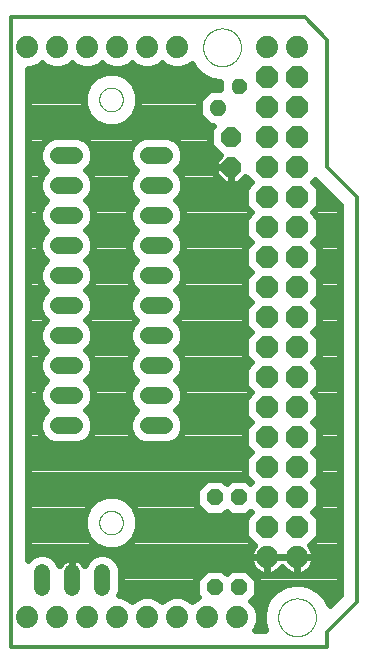
<source format=gbl>
G75*
%MOIN*%
%OFA0B0*%
%FSLAX25Y25*%
%IPPOS*%
%LPD*%
%AMOC8*
5,1,8,0,0,1.08239X$1,22.5*
%
%ADD10C,0.00000*%
%ADD11C,0.01200*%
%ADD12C,0.07400*%
%ADD13OC8,0.07400*%
%ADD14C,0.05543*%
%ADD15OC8,0.06600*%
%ADD16C,0.05200*%
%ADD17C,0.01040*%
%ADD18OC8,0.05200*%
%ADD19C,0.02400*%
D10*
X0124063Y0058526D02*
X0124065Y0058651D01*
X0124071Y0058776D01*
X0124081Y0058900D01*
X0124095Y0059024D01*
X0124112Y0059148D01*
X0124134Y0059271D01*
X0124160Y0059393D01*
X0124189Y0059515D01*
X0124222Y0059635D01*
X0124260Y0059754D01*
X0124300Y0059873D01*
X0124345Y0059989D01*
X0124393Y0060104D01*
X0124445Y0060218D01*
X0124501Y0060330D01*
X0124560Y0060440D01*
X0124622Y0060548D01*
X0124688Y0060655D01*
X0124757Y0060759D01*
X0124830Y0060860D01*
X0124905Y0060960D01*
X0124984Y0061057D01*
X0125066Y0061151D01*
X0125151Y0061243D01*
X0125238Y0061332D01*
X0125329Y0061418D01*
X0125422Y0061501D01*
X0125518Y0061582D01*
X0125616Y0061659D01*
X0125716Y0061733D01*
X0125819Y0061804D01*
X0125924Y0061871D01*
X0126032Y0061936D01*
X0126141Y0061996D01*
X0126252Y0062054D01*
X0126365Y0062107D01*
X0126479Y0062157D01*
X0126595Y0062204D01*
X0126712Y0062246D01*
X0126831Y0062285D01*
X0126951Y0062321D01*
X0127072Y0062352D01*
X0127194Y0062380D01*
X0127316Y0062403D01*
X0127440Y0062423D01*
X0127564Y0062439D01*
X0127688Y0062451D01*
X0127813Y0062459D01*
X0127938Y0062463D01*
X0128062Y0062463D01*
X0128187Y0062459D01*
X0128312Y0062451D01*
X0128436Y0062439D01*
X0128560Y0062423D01*
X0128684Y0062403D01*
X0128806Y0062380D01*
X0128928Y0062352D01*
X0129049Y0062321D01*
X0129169Y0062285D01*
X0129288Y0062246D01*
X0129405Y0062204D01*
X0129521Y0062157D01*
X0129635Y0062107D01*
X0129748Y0062054D01*
X0129859Y0061996D01*
X0129969Y0061936D01*
X0130076Y0061871D01*
X0130181Y0061804D01*
X0130284Y0061733D01*
X0130384Y0061659D01*
X0130482Y0061582D01*
X0130578Y0061501D01*
X0130671Y0061418D01*
X0130762Y0061332D01*
X0130849Y0061243D01*
X0130934Y0061151D01*
X0131016Y0061057D01*
X0131095Y0060960D01*
X0131170Y0060860D01*
X0131243Y0060759D01*
X0131312Y0060655D01*
X0131378Y0060548D01*
X0131440Y0060440D01*
X0131499Y0060330D01*
X0131555Y0060218D01*
X0131607Y0060104D01*
X0131655Y0059989D01*
X0131700Y0059873D01*
X0131740Y0059754D01*
X0131778Y0059635D01*
X0131811Y0059515D01*
X0131840Y0059393D01*
X0131866Y0059271D01*
X0131888Y0059148D01*
X0131905Y0059024D01*
X0131919Y0058900D01*
X0131929Y0058776D01*
X0131935Y0058651D01*
X0131937Y0058526D01*
X0131935Y0058401D01*
X0131929Y0058276D01*
X0131919Y0058152D01*
X0131905Y0058028D01*
X0131888Y0057904D01*
X0131866Y0057781D01*
X0131840Y0057659D01*
X0131811Y0057537D01*
X0131778Y0057417D01*
X0131740Y0057298D01*
X0131700Y0057179D01*
X0131655Y0057063D01*
X0131607Y0056948D01*
X0131555Y0056834D01*
X0131499Y0056722D01*
X0131440Y0056612D01*
X0131378Y0056504D01*
X0131312Y0056397D01*
X0131243Y0056293D01*
X0131170Y0056192D01*
X0131095Y0056092D01*
X0131016Y0055995D01*
X0130934Y0055901D01*
X0130849Y0055809D01*
X0130762Y0055720D01*
X0130671Y0055634D01*
X0130578Y0055551D01*
X0130482Y0055470D01*
X0130384Y0055393D01*
X0130284Y0055319D01*
X0130181Y0055248D01*
X0130076Y0055181D01*
X0129968Y0055116D01*
X0129859Y0055056D01*
X0129748Y0054998D01*
X0129635Y0054945D01*
X0129521Y0054895D01*
X0129405Y0054848D01*
X0129288Y0054806D01*
X0129169Y0054767D01*
X0129049Y0054731D01*
X0128928Y0054700D01*
X0128806Y0054672D01*
X0128684Y0054649D01*
X0128560Y0054629D01*
X0128436Y0054613D01*
X0128312Y0054601D01*
X0128187Y0054593D01*
X0128062Y0054589D01*
X0127938Y0054589D01*
X0127813Y0054593D01*
X0127688Y0054601D01*
X0127564Y0054613D01*
X0127440Y0054629D01*
X0127316Y0054649D01*
X0127194Y0054672D01*
X0127072Y0054700D01*
X0126951Y0054731D01*
X0126831Y0054767D01*
X0126712Y0054806D01*
X0126595Y0054848D01*
X0126479Y0054895D01*
X0126365Y0054945D01*
X0126252Y0054998D01*
X0126141Y0055056D01*
X0126031Y0055116D01*
X0125924Y0055181D01*
X0125819Y0055248D01*
X0125716Y0055319D01*
X0125616Y0055393D01*
X0125518Y0055470D01*
X0125422Y0055551D01*
X0125329Y0055634D01*
X0125238Y0055720D01*
X0125151Y0055809D01*
X0125066Y0055901D01*
X0124984Y0055995D01*
X0124905Y0056092D01*
X0124830Y0056192D01*
X0124757Y0056293D01*
X0124688Y0056397D01*
X0124622Y0056504D01*
X0124560Y0056612D01*
X0124501Y0056722D01*
X0124445Y0056834D01*
X0124393Y0056948D01*
X0124345Y0057063D01*
X0124300Y0057179D01*
X0124260Y0057298D01*
X0124222Y0057417D01*
X0124189Y0057537D01*
X0124160Y0057659D01*
X0124134Y0057781D01*
X0124112Y0057904D01*
X0124095Y0058028D01*
X0124081Y0058152D01*
X0124071Y0058276D01*
X0124065Y0058401D01*
X0124063Y0058526D01*
X0183701Y0026928D02*
X0183703Y0027086D01*
X0183709Y0027244D01*
X0183719Y0027402D01*
X0183733Y0027560D01*
X0183751Y0027717D01*
X0183772Y0027874D01*
X0183798Y0028030D01*
X0183828Y0028186D01*
X0183861Y0028341D01*
X0183899Y0028494D01*
X0183940Y0028647D01*
X0183985Y0028799D01*
X0184034Y0028950D01*
X0184087Y0029099D01*
X0184143Y0029247D01*
X0184203Y0029393D01*
X0184267Y0029538D01*
X0184335Y0029681D01*
X0184406Y0029823D01*
X0184480Y0029963D01*
X0184558Y0030100D01*
X0184640Y0030236D01*
X0184724Y0030370D01*
X0184813Y0030501D01*
X0184904Y0030630D01*
X0184999Y0030757D01*
X0185096Y0030882D01*
X0185197Y0031004D01*
X0185301Y0031123D01*
X0185408Y0031240D01*
X0185518Y0031354D01*
X0185631Y0031465D01*
X0185746Y0031574D01*
X0185864Y0031679D01*
X0185985Y0031781D01*
X0186108Y0031881D01*
X0186234Y0031977D01*
X0186362Y0032070D01*
X0186492Y0032160D01*
X0186625Y0032246D01*
X0186760Y0032330D01*
X0186896Y0032409D01*
X0187035Y0032486D01*
X0187176Y0032558D01*
X0187318Y0032628D01*
X0187462Y0032693D01*
X0187608Y0032755D01*
X0187755Y0032813D01*
X0187904Y0032868D01*
X0188054Y0032919D01*
X0188205Y0032966D01*
X0188357Y0033009D01*
X0188510Y0033048D01*
X0188665Y0033084D01*
X0188820Y0033115D01*
X0188976Y0033143D01*
X0189132Y0033167D01*
X0189289Y0033187D01*
X0189447Y0033203D01*
X0189604Y0033215D01*
X0189763Y0033223D01*
X0189921Y0033227D01*
X0190079Y0033227D01*
X0190237Y0033223D01*
X0190396Y0033215D01*
X0190553Y0033203D01*
X0190711Y0033187D01*
X0190868Y0033167D01*
X0191024Y0033143D01*
X0191180Y0033115D01*
X0191335Y0033084D01*
X0191490Y0033048D01*
X0191643Y0033009D01*
X0191795Y0032966D01*
X0191946Y0032919D01*
X0192096Y0032868D01*
X0192245Y0032813D01*
X0192392Y0032755D01*
X0192538Y0032693D01*
X0192682Y0032628D01*
X0192824Y0032558D01*
X0192965Y0032486D01*
X0193104Y0032409D01*
X0193240Y0032330D01*
X0193375Y0032246D01*
X0193508Y0032160D01*
X0193638Y0032070D01*
X0193766Y0031977D01*
X0193892Y0031881D01*
X0194015Y0031781D01*
X0194136Y0031679D01*
X0194254Y0031574D01*
X0194369Y0031465D01*
X0194482Y0031354D01*
X0194592Y0031240D01*
X0194699Y0031123D01*
X0194803Y0031004D01*
X0194904Y0030882D01*
X0195001Y0030757D01*
X0195096Y0030630D01*
X0195187Y0030501D01*
X0195276Y0030370D01*
X0195360Y0030236D01*
X0195442Y0030100D01*
X0195520Y0029963D01*
X0195594Y0029823D01*
X0195665Y0029681D01*
X0195733Y0029538D01*
X0195797Y0029393D01*
X0195857Y0029247D01*
X0195913Y0029099D01*
X0195966Y0028950D01*
X0196015Y0028799D01*
X0196060Y0028647D01*
X0196101Y0028494D01*
X0196139Y0028341D01*
X0196172Y0028186D01*
X0196202Y0028030D01*
X0196228Y0027874D01*
X0196249Y0027717D01*
X0196267Y0027560D01*
X0196281Y0027402D01*
X0196291Y0027244D01*
X0196297Y0027086D01*
X0196299Y0026928D01*
X0196297Y0026770D01*
X0196291Y0026612D01*
X0196281Y0026454D01*
X0196267Y0026296D01*
X0196249Y0026139D01*
X0196228Y0025982D01*
X0196202Y0025826D01*
X0196172Y0025670D01*
X0196139Y0025515D01*
X0196101Y0025362D01*
X0196060Y0025209D01*
X0196015Y0025057D01*
X0195966Y0024906D01*
X0195913Y0024757D01*
X0195857Y0024609D01*
X0195797Y0024463D01*
X0195733Y0024318D01*
X0195665Y0024175D01*
X0195594Y0024033D01*
X0195520Y0023893D01*
X0195442Y0023756D01*
X0195360Y0023620D01*
X0195276Y0023486D01*
X0195187Y0023355D01*
X0195096Y0023226D01*
X0195001Y0023099D01*
X0194904Y0022974D01*
X0194803Y0022852D01*
X0194699Y0022733D01*
X0194592Y0022616D01*
X0194482Y0022502D01*
X0194369Y0022391D01*
X0194254Y0022282D01*
X0194136Y0022177D01*
X0194015Y0022075D01*
X0193892Y0021975D01*
X0193766Y0021879D01*
X0193638Y0021786D01*
X0193508Y0021696D01*
X0193375Y0021610D01*
X0193240Y0021526D01*
X0193104Y0021447D01*
X0192965Y0021370D01*
X0192824Y0021298D01*
X0192682Y0021228D01*
X0192538Y0021163D01*
X0192392Y0021101D01*
X0192245Y0021043D01*
X0192096Y0020988D01*
X0191946Y0020937D01*
X0191795Y0020890D01*
X0191643Y0020847D01*
X0191490Y0020808D01*
X0191335Y0020772D01*
X0191180Y0020741D01*
X0191024Y0020713D01*
X0190868Y0020689D01*
X0190711Y0020669D01*
X0190553Y0020653D01*
X0190396Y0020641D01*
X0190237Y0020633D01*
X0190079Y0020629D01*
X0189921Y0020629D01*
X0189763Y0020633D01*
X0189604Y0020641D01*
X0189447Y0020653D01*
X0189289Y0020669D01*
X0189132Y0020689D01*
X0188976Y0020713D01*
X0188820Y0020741D01*
X0188665Y0020772D01*
X0188510Y0020808D01*
X0188357Y0020847D01*
X0188205Y0020890D01*
X0188054Y0020937D01*
X0187904Y0020988D01*
X0187755Y0021043D01*
X0187608Y0021101D01*
X0187462Y0021163D01*
X0187318Y0021228D01*
X0187176Y0021298D01*
X0187035Y0021370D01*
X0186896Y0021447D01*
X0186760Y0021526D01*
X0186625Y0021610D01*
X0186492Y0021696D01*
X0186362Y0021786D01*
X0186234Y0021879D01*
X0186108Y0021975D01*
X0185985Y0022075D01*
X0185864Y0022177D01*
X0185746Y0022282D01*
X0185631Y0022391D01*
X0185518Y0022502D01*
X0185408Y0022616D01*
X0185301Y0022733D01*
X0185197Y0022852D01*
X0185096Y0022974D01*
X0184999Y0023099D01*
X0184904Y0023226D01*
X0184813Y0023355D01*
X0184724Y0023486D01*
X0184640Y0023620D01*
X0184558Y0023756D01*
X0184480Y0023893D01*
X0184406Y0024033D01*
X0184335Y0024175D01*
X0184267Y0024318D01*
X0184203Y0024463D01*
X0184143Y0024609D01*
X0184087Y0024757D01*
X0184034Y0024906D01*
X0183985Y0025057D01*
X0183940Y0025209D01*
X0183899Y0025362D01*
X0183861Y0025515D01*
X0183828Y0025670D01*
X0183798Y0025826D01*
X0183772Y0025982D01*
X0183751Y0026139D01*
X0183733Y0026296D01*
X0183719Y0026454D01*
X0183709Y0026612D01*
X0183703Y0026770D01*
X0183701Y0026928D01*
X0209921Y0031849D02*
X0210000Y0031928D01*
X0124063Y0199550D02*
X0124065Y0199675D01*
X0124071Y0199800D01*
X0124081Y0199924D01*
X0124095Y0200048D01*
X0124112Y0200172D01*
X0124134Y0200295D01*
X0124160Y0200417D01*
X0124189Y0200539D01*
X0124222Y0200659D01*
X0124260Y0200778D01*
X0124300Y0200897D01*
X0124345Y0201013D01*
X0124393Y0201128D01*
X0124445Y0201242D01*
X0124501Y0201354D01*
X0124560Y0201464D01*
X0124622Y0201572D01*
X0124688Y0201679D01*
X0124757Y0201783D01*
X0124830Y0201884D01*
X0124905Y0201984D01*
X0124984Y0202081D01*
X0125066Y0202175D01*
X0125151Y0202267D01*
X0125238Y0202356D01*
X0125329Y0202442D01*
X0125422Y0202525D01*
X0125518Y0202606D01*
X0125616Y0202683D01*
X0125716Y0202757D01*
X0125819Y0202828D01*
X0125924Y0202895D01*
X0126032Y0202960D01*
X0126141Y0203020D01*
X0126252Y0203078D01*
X0126365Y0203131D01*
X0126479Y0203181D01*
X0126595Y0203228D01*
X0126712Y0203270D01*
X0126831Y0203309D01*
X0126951Y0203345D01*
X0127072Y0203376D01*
X0127194Y0203404D01*
X0127316Y0203427D01*
X0127440Y0203447D01*
X0127564Y0203463D01*
X0127688Y0203475D01*
X0127813Y0203483D01*
X0127938Y0203487D01*
X0128062Y0203487D01*
X0128187Y0203483D01*
X0128312Y0203475D01*
X0128436Y0203463D01*
X0128560Y0203447D01*
X0128684Y0203427D01*
X0128806Y0203404D01*
X0128928Y0203376D01*
X0129049Y0203345D01*
X0129169Y0203309D01*
X0129288Y0203270D01*
X0129405Y0203228D01*
X0129521Y0203181D01*
X0129635Y0203131D01*
X0129748Y0203078D01*
X0129859Y0203020D01*
X0129969Y0202960D01*
X0130076Y0202895D01*
X0130181Y0202828D01*
X0130284Y0202757D01*
X0130384Y0202683D01*
X0130482Y0202606D01*
X0130578Y0202525D01*
X0130671Y0202442D01*
X0130762Y0202356D01*
X0130849Y0202267D01*
X0130934Y0202175D01*
X0131016Y0202081D01*
X0131095Y0201984D01*
X0131170Y0201884D01*
X0131243Y0201783D01*
X0131312Y0201679D01*
X0131378Y0201572D01*
X0131440Y0201464D01*
X0131499Y0201354D01*
X0131555Y0201242D01*
X0131607Y0201128D01*
X0131655Y0201013D01*
X0131700Y0200897D01*
X0131740Y0200778D01*
X0131778Y0200659D01*
X0131811Y0200539D01*
X0131840Y0200417D01*
X0131866Y0200295D01*
X0131888Y0200172D01*
X0131905Y0200048D01*
X0131919Y0199924D01*
X0131929Y0199800D01*
X0131935Y0199675D01*
X0131937Y0199550D01*
X0131935Y0199425D01*
X0131929Y0199300D01*
X0131919Y0199176D01*
X0131905Y0199052D01*
X0131888Y0198928D01*
X0131866Y0198805D01*
X0131840Y0198683D01*
X0131811Y0198561D01*
X0131778Y0198441D01*
X0131740Y0198322D01*
X0131700Y0198203D01*
X0131655Y0198087D01*
X0131607Y0197972D01*
X0131555Y0197858D01*
X0131499Y0197746D01*
X0131440Y0197636D01*
X0131378Y0197528D01*
X0131312Y0197421D01*
X0131243Y0197317D01*
X0131170Y0197216D01*
X0131095Y0197116D01*
X0131016Y0197019D01*
X0130934Y0196925D01*
X0130849Y0196833D01*
X0130762Y0196744D01*
X0130671Y0196658D01*
X0130578Y0196575D01*
X0130482Y0196494D01*
X0130384Y0196417D01*
X0130284Y0196343D01*
X0130181Y0196272D01*
X0130076Y0196205D01*
X0129968Y0196140D01*
X0129859Y0196080D01*
X0129748Y0196022D01*
X0129635Y0195969D01*
X0129521Y0195919D01*
X0129405Y0195872D01*
X0129288Y0195830D01*
X0129169Y0195791D01*
X0129049Y0195755D01*
X0128928Y0195724D01*
X0128806Y0195696D01*
X0128684Y0195673D01*
X0128560Y0195653D01*
X0128436Y0195637D01*
X0128312Y0195625D01*
X0128187Y0195617D01*
X0128062Y0195613D01*
X0127938Y0195613D01*
X0127813Y0195617D01*
X0127688Y0195625D01*
X0127564Y0195637D01*
X0127440Y0195653D01*
X0127316Y0195673D01*
X0127194Y0195696D01*
X0127072Y0195724D01*
X0126951Y0195755D01*
X0126831Y0195791D01*
X0126712Y0195830D01*
X0126595Y0195872D01*
X0126479Y0195919D01*
X0126365Y0195969D01*
X0126252Y0196022D01*
X0126141Y0196080D01*
X0126031Y0196140D01*
X0125924Y0196205D01*
X0125819Y0196272D01*
X0125716Y0196343D01*
X0125616Y0196417D01*
X0125518Y0196494D01*
X0125422Y0196575D01*
X0125329Y0196658D01*
X0125238Y0196744D01*
X0125151Y0196833D01*
X0125066Y0196925D01*
X0124984Y0197019D01*
X0124905Y0197116D01*
X0124830Y0197216D01*
X0124757Y0197317D01*
X0124688Y0197421D01*
X0124622Y0197528D01*
X0124560Y0197636D01*
X0124501Y0197746D01*
X0124445Y0197858D01*
X0124393Y0197972D01*
X0124345Y0198087D01*
X0124300Y0198203D01*
X0124260Y0198322D01*
X0124222Y0198441D01*
X0124189Y0198561D01*
X0124160Y0198683D01*
X0124134Y0198805D01*
X0124112Y0198928D01*
X0124095Y0199052D01*
X0124081Y0199176D01*
X0124071Y0199300D01*
X0124065Y0199425D01*
X0124063Y0199550D01*
X0158701Y0216928D02*
X0158703Y0217086D01*
X0158709Y0217244D01*
X0158719Y0217402D01*
X0158733Y0217560D01*
X0158751Y0217717D01*
X0158772Y0217874D01*
X0158798Y0218030D01*
X0158828Y0218186D01*
X0158861Y0218341D01*
X0158899Y0218494D01*
X0158940Y0218647D01*
X0158985Y0218799D01*
X0159034Y0218950D01*
X0159087Y0219099D01*
X0159143Y0219247D01*
X0159203Y0219393D01*
X0159267Y0219538D01*
X0159335Y0219681D01*
X0159406Y0219823D01*
X0159480Y0219963D01*
X0159558Y0220100D01*
X0159640Y0220236D01*
X0159724Y0220370D01*
X0159813Y0220501D01*
X0159904Y0220630D01*
X0159999Y0220757D01*
X0160096Y0220882D01*
X0160197Y0221004D01*
X0160301Y0221123D01*
X0160408Y0221240D01*
X0160518Y0221354D01*
X0160631Y0221465D01*
X0160746Y0221574D01*
X0160864Y0221679D01*
X0160985Y0221781D01*
X0161108Y0221881D01*
X0161234Y0221977D01*
X0161362Y0222070D01*
X0161492Y0222160D01*
X0161625Y0222246D01*
X0161760Y0222330D01*
X0161896Y0222409D01*
X0162035Y0222486D01*
X0162176Y0222558D01*
X0162318Y0222628D01*
X0162462Y0222693D01*
X0162608Y0222755D01*
X0162755Y0222813D01*
X0162904Y0222868D01*
X0163054Y0222919D01*
X0163205Y0222966D01*
X0163357Y0223009D01*
X0163510Y0223048D01*
X0163665Y0223084D01*
X0163820Y0223115D01*
X0163976Y0223143D01*
X0164132Y0223167D01*
X0164289Y0223187D01*
X0164447Y0223203D01*
X0164604Y0223215D01*
X0164763Y0223223D01*
X0164921Y0223227D01*
X0165079Y0223227D01*
X0165237Y0223223D01*
X0165396Y0223215D01*
X0165553Y0223203D01*
X0165711Y0223187D01*
X0165868Y0223167D01*
X0166024Y0223143D01*
X0166180Y0223115D01*
X0166335Y0223084D01*
X0166490Y0223048D01*
X0166643Y0223009D01*
X0166795Y0222966D01*
X0166946Y0222919D01*
X0167096Y0222868D01*
X0167245Y0222813D01*
X0167392Y0222755D01*
X0167538Y0222693D01*
X0167682Y0222628D01*
X0167824Y0222558D01*
X0167965Y0222486D01*
X0168104Y0222409D01*
X0168240Y0222330D01*
X0168375Y0222246D01*
X0168508Y0222160D01*
X0168638Y0222070D01*
X0168766Y0221977D01*
X0168892Y0221881D01*
X0169015Y0221781D01*
X0169136Y0221679D01*
X0169254Y0221574D01*
X0169369Y0221465D01*
X0169482Y0221354D01*
X0169592Y0221240D01*
X0169699Y0221123D01*
X0169803Y0221004D01*
X0169904Y0220882D01*
X0170001Y0220757D01*
X0170096Y0220630D01*
X0170187Y0220501D01*
X0170276Y0220370D01*
X0170360Y0220236D01*
X0170442Y0220100D01*
X0170520Y0219963D01*
X0170594Y0219823D01*
X0170665Y0219681D01*
X0170733Y0219538D01*
X0170797Y0219393D01*
X0170857Y0219247D01*
X0170913Y0219099D01*
X0170966Y0218950D01*
X0171015Y0218799D01*
X0171060Y0218647D01*
X0171101Y0218494D01*
X0171139Y0218341D01*
X0171172Y0218186D01*
X0171202Y0218030D01*
X0171228Y0217874D01*
X0171249Y0217717D01*
X0171267Y0217560D01*
X0171281Y0217402D01*
X0171291Y0217244D01*
X0171297Y0217086D01*
X0171299Y0216928D01*
X0171297Y0216770D01*
X0171291Y0216612D01*
X0171281Y0216454D01*
X0171267Y0216296D01*
X0171249Y0216139D01*
X0171228Y0215982D01*
X0171202Y0215826D01*
X0171172Y0215670D01*
X0171139Y0215515D01*
X0171101Y0215362D01*
X0171060Y0215209D01*
X0171015Y0215057D01*
X0170966Y0214906D01*
X0170913Y0214757D01*
X0170857Y0214609D01*
X0170797Y0214463D01*
X0170733Y0214318D01*
X0170665Y0214175D01*
X0170594Y0214033D01*
X0170520Y0213893D01*
X0170442Y0213756D01*
X0170360Y0213620D01*
X0170276Y0213486D01*
X0170187Y0213355D01*
X0170096Y0213226D01*
X0170001Y0213099D01*
X0169904Y0212974D01*
X0169803Y0212852D01*
X0169699Y0212733D01*
X0169592Y0212616D01*
X0169482Y0212502D01*
X0169369Y0212391D01*
X0169254Y0212282D01*
X0169136Y0212177D01*
X0169015Y0212075D01*
X0168892Y0211975D01*
X0168766Y0211879D01*
X0168638Y0211786D01*
X0168508Y0211696D01*
X0168375Y0211610D01*
X0168240Y0211526D01*
X0168104Y0211447D01*
X0167965Y0211370D01*
X0167824Y0211298D01*
X0167682Y0211228D01*
X0167538Y0211163D01*
X0167392Y0211101D01*
X0167245Y0211043D01*
X0167096Y0210988D01*
X0166946Y0210937D01*
X0166795Y0210890D01*
X0166643Y0210847D01*
X0166490Y0210808D01*
X0166335Y0210772D01*
X0166180Y0210741D01*
X0166024Y0210713D01*
X0165868Y0210689D01*
X0165711Y0210669D01*
X0165553Y0210653D01*
X0165396Y0210641D01*
X0165237Y0210633D01*
X0165079Y0210629D01*
X0164921Y0210629D01*
X0164763Y0210633D01*
X0164604Y0210641D01*
X0164447Y0210653D01*
X0164289Y0210669D01*
X0164132Y0210689D01*
X0163976Y0210713D01*
X0163820Y0210741D01*
X0163665Y0210772D01*
X0163510Y0210808D01*
X0163357Y0210847D01*
X0163205Y0210890D01*
X0163054Y0210937D01*
X0162904Y0210988D01*
X0162755Y0211043D01*
X0162608Y0211101D01*
X0162462Y0211163D01*
X0162318Y0211228D01*
X0162176Y0211298D01*
X0162035Y0211370D01*
X0161896Y0211447D01*
X0161760Y0211526D01*
X0161625Y0211610D01*
X0161492Y0211696D01*
X0161362Y0211786D01*
X0161234Y0211879D01*
X0161108Y0211975D01*
X0160985Y0212075D01*
X0160864Y0212177D01*
X0160746Y0212282D01*
X0160631Y0212391D01*
X0160518Y0212502D01*
X0160408Y0212616D01*
X0160301Y0212733D01*
X0160197Y0212852D01*
X0160096Y0212974D01*
X0159999Y0213099D01*
X0159904Y0213226D01*
X0159813Y0213355D01*
X0159724Y0213486D01*
X0159640Y0213620D01*
X0159558Y0213756D01*
X0159480Y0213893D01*
X0159406Y0214033D01*
X0159335Y0214175D01*
X0159267Y0214318D01*
X0159203Y0214463D01*
X0159143Y0214609D01*
X0159087Y0214757D01*
X0159034Y0214906D01*
X0158985Y0215057D01*
X0158940Y0215209D01*
X0158899Y0215362D01*
X0158861Y0215515D01*
X0158828Y0215670D01*
X0158798Y0215826D01*
X0158772Y0215982D01*
X0158751Y0216139D01*
X0158733Y0216296D01*
X0158719Y0216454D01*
X0158709Y0216612D01*
X0158703Y0216770D01*
X0158701Y0216928D01*
D11*
X0094500Y0226928D02*
X0094500Y0016928D01*
X0200000Y0016928D01*
X0200000Y0021928D01*
X0210000Y0031928D01*
X0210000Y0032428D02*
X0210000Y0166928D01*
X0200000Y0176928D01*
X0200000Y0219428D01*
X0192500Y0226928D01*
X0094500Y0226928D01*
D12*
X0100000Y0216928D03*
X0110000Y0216928D03*
X0120000Y0216928D03*
X0130000Y0216928D03*
X0140000Y0216928D03*
X0150000Y0216928D03*
X0180000Y0216928D03*
X0190000Y0216928D03*
X0190000Y0046928D03*
X0180000Y0046928D03*
X0170000Y0026928D03*
X0160000Y0026928D03*
X0150000Y0026928D03*
X0140000Y0026928D03*
X0130000Y0026928D03*
X0120000Y0026928D03*
X0110000Y0026928D03*
X0100000Y0026928D03*
D13*
X0180000Y0056928D03*
X0180000Y0066928D03*
X0180000Y0076928D03*
X0180000Y0086928D03*
X0180000Y0096928D03*
X0180000Y0106928D03*
X0180000Y0116928D03*
X0180000Y0126928D03*
X0180000Y0136928D03*
X0180000Y0146928D03*
X0180000Y0156928D03*
X0180000Y0166928D03*
X0180000Y0176928D03*
X0180000Y0186928D03*
X0180000Y0196928D03*
X0180000Y0206928D03*
X0190000Y0206928D03*
X0190000Y0196928D03*
X0190000Y0186928D03*
X0190000Y0176928D03*
X0190000Y0166928D03*
X0190000Y0156928D03*
X0190000Y0146928D03*
X0190000Y0136928D03*
X0190000Y0126928D03*
X0190000Y0116928D03*
X0190000Y0106928D03*
X0190000Y0096928D03*
X0190000Y0086928D03*
X0190000Y0076928D03*
X0190000Y0066928D03*
X0190000Y0056928D03*
D14*
X0145772Y0090928D02*
X0140228Y0090928D01*
X0140228Y0100928D02*
X0145772Y0100928D01*
X0145772Y0110928D02*
X0140228Y0110928D01*
X0140228Y0120928D02*
X0145772Y0120928D01*
X0145772Y0130928D02*
X0140228Y0130928D01*
X0140228Y0140928D02*
X0145772Y0140928D01*
X0145772Y0150928D02*
X0140228Y0150928D01*
X0140228Y0160928D02*
X0145772Y0160928D01*
X0145772Y0170928D02*
X0140228Y0170928D01*
X0140228Y0180928D02*
X0145772Y0180928D01*
X0115772Y0180928D02*
X0110228Y0180928D01*
X0110228Y0170928D02*
X0115772Y0170928D01*
X0115772Y0160928D02*
X0110228Y0160928D01*
X0110228Y0150928D02*
X0115772Y0150928D01*
X0115772Y0140928D02*
X0110228Y0140928D01*
X0110228Y0130928D02*
X0115772Y0130928D01*
X0115772Y0120928D02*
X0110228Y0120928D01*
X0110228Y0110928D02*
X0115772Y0110928D01*
X0115772Y0100928D02*
X0110228Y0100928D01*
X0110228Y0090928D02*
X0115772Y0090928D01*
D15*
X0168000Y0176928D03*
X0168000Y0186928D03*
D16*
X0125000Y0042028D02*
X0125000Y0036828D01*
X0115000Y0036828D02*
X0115000Y0042028D01*
X0105000Y0042028D02*
X0105000Y0036828D01*
D17*
X0161966Y0196612D02*
X0161446Y0196092D01*
X0161446Y0197814D01*
X0162664Y0199032D01*
X0164386Y0199032D01*
X0165604Y0197814D01*
X0165604Y0196092D01*
X0164386Y0194874D01*
X0162664Y0194874D01*
X0161446Y0196092D01*
X0162226Y0196415D01*
X0162226Y0197491D01*
X0162987Y0198252D01*
X0164063Y0198252D01*
X0164824Y0197491D01*
X0164824Y0196415D01*
X0164063Y0195654D01*
X0162987Y0195654D01*
X0162226Y0196415D01*
X0163006Y0196738D01*
X0163006Y0197168D01*
X0163310Y0197472D01*
X0163740Y0197472D01*
X0164044Y0197168D01*
X0164044Y0196738D01*
X0163740Y0196434D01*
X0163310Y0196434D01*
X0163006Y0196738D01*
X0169037Y0203683D02*
X0168517Y0203163D01*
X0168517Y0204885D01*
X0169735Y0206103D01*
X0171457Y0206103D01*
X0172675Y0204885D01*
X0172675Y0203163D01*
X0171457Y0201945D01*
X0169735Y0201945D01*
X0168517Y0203163D01*
X0169297Y0203486D01*
X0169297Y0204562D01*
X0170058Y0205323D01*
X0171134Y0205323D01*
X0171895Y0204562D01*
X0171895Y0203486D01*
X0171134Y0202725D01*
X0170058Y0202725D01*
X0169297Y0203486D01*
X0170077Y0203809D01*
X0170077Y0204239D01*
X0170381Y0204543D01*
X0170811Y0204543D01*
X0171115Y0204239D01*
X0171115Y0203809D01*
X0170811Y0203505D01*
X0170381Y0203505D01*
X0170077Y0203809D01*
D18*
X0170500Y0066928D03*
X0162500Y0066928D03*
X0162500Y0036928D03*
X0170500Y0036928D03*
D19*
X0174796Y0032455D02*
X0176700Y0034359D01*
X0176700Y0039496D01*
X0173068Y0043128D01*
X0167932Y0043128D01*
X0166500Y0041696D01*
X0165068Y0043128D01*
X0159932Y0043128D01*
X0156300Y0039496D01*
X0156300Y0034359D01*
X0157052Y0033608D01*
X0155865Y0033116D01*
X0155000Y0032251D01*
X0154135Y0033116D01*
X0151452Y0034228D01*
X0148548Y0034228D01*
X0145865Y0033116D01*
X0145000Y0032251D01*
X0144135Y0033116D01*
X0141452Y0034228D01*
X0138548Y0034228D01*
X0135865Y0033116D01*
X0135000Y0032251D01*
X0134135Y0033116D01*
X0131452Y0034228D01*
X0130634Y0034228D01*
X0131200Y0035594D01*
X0131200Y0043261D01*
X0130256Y0045540D01*
X0128512Y0047284D01*
X0126233Y0048228D01*
X0123767Y0048228D01*
X0121488Y0047284D01*
X0119744Y0045540D01*
X0119230Y0044299D01*
X0119105Y0044543D01*
X0118661Y0045155D01*
X0118127Y0045689D01*
X0117516Y0046133D01*
X0116843Y0046476D01*
X0116124Y0046709D01*
X0115378Y0046828D01*
X0115000Y0046828D01*
X0114622Y0046828D01*
X0113876Y0046709D01*
X0113157Y0046476D01*
X0112484Y0046133D01*
X0111873Y0045689D01*
X0111339Y0045155D01*
X0110895Y0044543D01*
X0110770Y0044299D01*
X0110256Y0045540D01*
X0108512Y0047284D01*
X0106233Y0048228D01*
X0103767Y0048228D01*
X0101488Y0047284D01*
X0100300Y0046096D01*
X0100300Y0209628D01*
X0101452Y0209628D01*
X0104135Y0210739D01*
X0105000Y0211604D01*
X0105865Y0210739D01*
X0108548Y0209628D01*
X0111452Y0209628D01*
X0114135Y0210739D01*
X0115000Y0211604D01*
X0115865Y0210739D01*
X0118548Y0209628D01*
X0121452Y0209628D01*
X0124135Y0210739D01*
X0125000Y0211604D01*
X0125865Y0210739D01*
X0128548Y0209628D01*
X0131452Y0209628D01*
X0134135Y0210739D01*
X0135000Y0211604D01*
X0135865Y0210739D01*
X0138548Y0209628D01*
X0141452Y0209628D01*
X0144135Y0210739D01*
X0145000Y0211604D01*
X0145865Y0210739D01*
X0148548Y0209628D01*
X0151452Y0209628D01*
X0154135Y0210739D01*
X0154870Y0211474D01*
X0155798Y0209867D01*
X0157939Y0207726D01*
X0160561Y0206212D01*
X0163486Y0205428D01*
X0164396Y0205428D01*
X0164396Y0203153D01*
X0160957Y0203153D01*
X0157325Y0199521D01*
X0157325Y0194385D01*
X0160957Y0190753D01*
X0162067Y0190753D01*
X0161100Y0189786D01*
X0161100Y0184069D01*
X0164232Y0180938D01*
X0162500Y0179206D01*
X0162500Y0176928D01*
X0168000Y0176928D01*
X0168000Y0176927D01*
X0168000Y0171428D01*
X0170278Y0171428D01*
X0172727Y0173877D01*
X0174676Y0171928D01*
X0172700Y0169951D01*
X0172700Y0163904D01*
X0174676Y0161928D01*
X0172700Y0159951D01*
X0172700Y0153904D01*
X0174676Y0151928D01*
X0172700Y0149951D01*
X0172700Y0143904D01*
X0174676Y0141928D01*
X0172700Y0139951D01*
X0172700Y0133904D01*
X0174676Y0131928D01*
X0172700Y0129951D01*
X0172700Y0123904D01*
X0174676Y0121928D01*
X0172700Y0119951D01*
X0172700Y0113904D01*
X0174676Y0111928D01*
X0172700Y0109951D01*
X0172700Y0103904D01*
X0174676Y0101928D01*
X0172700Y0099951D01*
X0172700Y0093904D01*
X0174676Y0091928D01*
X0172700Y0089951D01*
X0172700Y0083904D01*
X0174676Y0081928D01*
X0172700Y0079951D01*
X0172700Y0073904D01*
X0174676Y0071928D01*
X0174472Y0071723D01*
X0173068Y0073128D01*
X0167932Y0073128D01*
X0166500Y0071696D01*
X0165068Y0073128D01*
X0159932Y0073128D01*
X0156300Y0069496D01*
X0156300Y0064359D01*
X0159932Y0060728D01*
X0165068Y0060728D01*
X0166500Y0062159D01*
X0167932Y0060728D01*
X0173068Y0060728D01*
X0174472Y0062132D01*
X0174676Y0061928D01*
X0172700Y0059951D01*
X0172700Y0053904D01*
X0175666Y0050938D01*
X0175500Y0050771D01*
X0174954Y0050020D01*
X0174532Y0049192D01*
X0174245Y0048309D01*
X0174100Y0047392D01*
X0174100Y0046928D01*
X0180000Y0046928D01*
X0180000Y0046927D01*
X0180000Y0041028D01*
X0180464Y0041028D01*
X0181382Y0041173D01*
X0182265Y0041460D01*
X0183092Y0041881D01*
X0183844Y0042427D01*
X0184500Y0043084D01*
X0185000Y0043772D01*
X0185500Y0043084D01*
X0186156Y0042427D01*
X0186908Y0041881D01*
X0187735Y0041460D01*
X0188618Y0041173D01*
X0189536Y0041028D01*
X0190000Y0041028D01*
X0190464Y0041028D01*
X0191382Y0041173D01*
X0192265Y0041460D01*
X0193092Y0041881D01*
X0193844Y0042427D01*
X0194500Y0043084D01*
X0195046Y0043835D01*
X0195468Y0044663D01*
X0195755Y0045546D01*
X0195900Y0046463D01*
X0195900Y0046927D01*
X0190000Y0046927D01*
X0190000Y0041028D01*
X0190000Y0046927D01*
X0190000Y0046927D01*
X0190000Y0046928D01*
X0195900Y0046928D01*
X0195900Y0047392D01*
X0195755Y0048309D01*
X0195468Y0049192D01*
X0195046Y0050020D01*
X0194500Y0050771D01*
X0194334Y0050938D01*
X0197300Y0053904D01*
X0197300Y0059951D01*
X0195324Y0061928D01*
X0197300Y0063904D01*
X0197300Y0069951D01*
X0195324Y0071928D01*
X0197300Y0073904D01*
X0197300Y0079951D01*
X0195324Y0081928D01*
X0197300Y0083904D01*
X0197300Y0089951D01*
X0195324Y0091928D01*
X0197300Y0093904D01*
X0197300Y0099951D01*
X0195324Y0101928D01*
X0197300Y0103904D01*
X0197300Y0109951D01*
X0195324Y0111928D01*
X0197300Y0113904D01*
X0197300Y0119951D01*
X0195324Y0121928D01*
X0197300Y0123904D01*
X0197300Y0129951D01*
X0195324Y0131928D01*
X0197300Y0133904D01*
X0197300Y0139951D01*
X0195324Y0141928D01*
X0197300Y0143904D01*
X0197300Y0149951D01*
X0195324Y0151928D01*
X0197300Y0153904D01*
X0197300Y0159951D01*
X0195324Y0161928D01*
X0197300Y0163904D01*
X0197300Y0169951D01*
X0195324Y0171928D01*
X0196061Y0172664D01*
X0204200Y0164525D01*
X0204200Y0034330D01*
X0200826Y0030956D01*
X0200716Y0031366D01*
X0199202Y0033988D01*
X0197061Y0036129D01*
X0194439Y0037643D01*
X0191514Y0038427D01*
X0188486Y0038427D01*
X0185561Y0037643D01*
X0182939Y0036129D01*
X0180798Y0033988D01*
X0179284Y0031366D01*
X0178501Y0028441D01*
X0178501Y0025414D01*
X0179221Y0022728D01*
X0176124Y0022728D01*
X0176189Y0022792D01*
X0177300Y0025475D01*
X0177300Y0028380D01*
X0176189Y0031063D01*
X0174796Y0032455D01*
X0175933Y0031319D02*
X0179272Y0031319D01*
X0178629Y0028920D02*
X0177076Y0028920D01*
X0177300Y0026522D02*
X0178501Y0026522D01*
X0178847Y0024123D02*
X0176740Y0024123D01*
X0176058Y0033717D02*
X0180642Y0033717D01*
X0182926Y0036116D02*
X0176700Y0036116D01*
X0176700Y0038514D02*
X0204200Y0038514D01*
X0204200Y0036116D02*
X0197074Y0036116D01*
X0199358Y0033717D02*
X0203587Y0033717D01*
X0201189Y0031319D02*
X0200728Y0031319D01*
X0204200Y0040913D02*
X0175283Y0040913D01*
X0176156Y0042427D02*
X0175500Y0043084D01*
X0174954Y0043835D01*
X0174532Y0044663D01*
X0174245Y0045546D01*
X0174100Y0046463D01*
X0174100Y0046927D01*
X0180000Y0046927D01*
X0180000Y0046927D01*
X0180000Y0041028D01*
X0179536Y0041028D01*
X0178618Y0041173D01*
X0177735Y0041460D01*
X0176908Y0041881D01*
X0176156Y0042427D01*
X0175335Y0043311D02*
X0131179Y0043311D01*
X0131200Y0040913D02*
X0157717Y0040913D01*
X0156300Y0038514D02*
X0131200Y0038514D01*
X0131200Y0036116D02*
X0156300Y0036116D01*
X0156942Y0033717D02*
X0152684Y0033717D01*
X0147316Y0033717D02*
X0142684Y0033717D01*
X0137316Y0033717D02*
X0132684Y0033717D01*
X0130086Y0045710D02*
X0174219Y0045710D01*
X0174213Y0048108D02*
X0126521Y0048108D01*
X0126183Y0049389D02*
X0129817Y0049389D01*
X0133176Y0050780D01*
X0135746Y0053350D01*
X0137137Y0056709D01*
X0137137Y0060343D01*
X0135746Y0063702D01*
X0133176Y0066272D01*
X0129817Y0067663D01*
X0126183Y0067663D01*
X0122824Y0066272D01*
X0120254Y0063702D01*
X0118863Y0060343D01*
X0118863Y0056709D01*
X0120254Y0053350D01*
X0122824Y0050780D01*
X0126183Y0049389D01*
X0123484Y0050507D02*
X0100300Y0050507D01*
X0100300Y0052905D02*
X0120699Y0052905D01*
X0119445Y0055304D02*
X0100300Y0055304D01*
X0100300Y0057702D02*
X0118863Y0057702D01*
X0118863Y0060101D02*
X0100300Y0060101D01*
X0100300Y0062499D02*
X0119756Y0062499D01*
X0121450Y0064898D02*
X0100300Y0064898D01*
X0100300Y0067296D02*
X0125297Y0067296D01*
X0130703Y0067296D02*
X0156300Y0067296D01*
X0156300Y0064898D02*
X0134550Y0064898D01*
X0136244Y0062499D02*
X0158160Y0062499D01*
X0156499Y0069695D02*
X0100300Y0069695D01*
X0100300Y0072093D02*
X0158898Y0072093D01*
X0166102Y0072093D02*
X0166898Y0072093D01*
X0172700Y0074492D02*
X0100300Y0074492D01*
X0100300Y0076890D02*
X0172700Y0076890D01*
X0172700Y0079289D02*
X0100300Y0079289D01*
X0100300Y0081687D02*
X0174436Y0081687D01*
X0172700Y0084086D02*
X0100300Y0084086D01*
X0100300Y0086484D02*
X0105661Y0086484D01*
X0104827Y0087318D02*
X0106619Y0085526D01*
X0108961Y0084556D01*
X0117039Y0084556D01*
X0119381Y0085526D01*
X0121173Y0087318D01*
X0122143Y0089660D01*
X0122143Y0092195D01*
X0121173Y0094537D01*
X0119783Y0095928D01*
X0121173Y0097318D01*
X0122143Y0099660D01*
X0122143Y0102195D01*
X0121173Y0104537D01*
X0119783Y0105928D01*
X0121173Y0107318D01*
X0122143Y0109660D01*
X0122143Y0112195D01*
X0121173Y0114537D01*
X0119783Y0115928D01*
X0121173Y0117318D01*
X0122143Y0119660D01*
X0122143Y0122195D01*
X0121173Y0124537D01*
X0119783Y0125928D01*
X0121173Y0127318D01*
X0122143Y0129660D01*
X0122143Y0132195D01*
X0121173Y0134537D01*
X0119783Y0135928D01*
X0121173Y0137318D01*
X0122143Y0139660D01*
X0122143Y0142195D01*
X0121173Y0144537D01*
X0119783Y0145928D01*
X0121173Y0147318D01*
X0122143Y0149660D01*
X0122143Y0152195D01*
X0121173Y0154537D01*
X0119783Y0155928D01*
X0121173Y0157318D01*
X0122143Y0159660D01*
X0122143Y0162195D01*
X0121173Y0164537D01*
X0119783Y0165928D01*
X0121173Y0167318D01*
X0122143Y0169660D01*
X0122143Y0172195D01*
X0121173Y0174537D01*
X0119783Y0175928D01*
X0121173Y0177318D01*
X0122143Y0179660D01*
X0122143Y0182195D01*
X0121173Y0184537D01*
X0119381Y0186329D01*
X0117039Y0187299D01*
X0108961Y0187299D01*
X0106619Y0186329D01*
X0104827Y0184537D01*
X0103857Y0182195D01*
X0103857Y0179660D01*
X0104827Y0177318D01*
X0106217Y0175928D01*
X0104827Y0174537D01*
X0103857Y0172195D01*
X0103857Y0169660D01*
X0104827Y0167318D01*
X0106217Y0165928D01*
X0104827Y0164537D01*
X0103857Y0162195D01*
X0103857Y0159660D01*
X0104827Y0157318D01*
X0106217Y0155928D01*
X0104827Y0154537D01*
X0103857Y0152195D01*
X0103857Y0149660D01*
X0104827Y0147318D01*
X0106217Y0145928D01*
X0104827Y0144537D01*
X0103857Y0142195D01*
X0103857Y0139660D01*
X0104827Y0137318D01*
X0106217Y0135928D01*
X0104827Y0134537D01*
X0103857Y0132195D01*
X0103857Y0129660D01*
X0104827Y0127318D01*
X0106217Y0125928D01*
X0104827Y0124537D01*
X0103857Y0122195D01*
X0103857Y0119660D01*
X0104827Y0117318D01*
X0106217Y0115928D01*
X0104827Y0114537D01*
X0103857Y0112195D01*
X0103857Y0109660D01*
X0104827Y0107318D01*
X0106217Y0105928D01*
X0104827Y0104537D01*
X0103857Y0102195D01*
X0103857Y0099660D01*
X0104827Y0097318D01*
X0106217Y0095928D01*
X0104827Y0094537D01*
X0103857Y0092195D01*
X0103857Y0089660D01*
X0104827Y0087318D01*
X0104179Y0088883D02*
X0100300Y0088883D01*
X0100300Y0091281D02*
X0103857Y0091281D01*
X0104472Y0093680D02*
X0100300Y0093680D01*
X0100300Y0096078D02*
X0106067Y0096078D01*
X0104347Y0098477D02*
X0100300Y0098477D01*
X0100300Y0100875D02*
X0103857Y0100875D01*
X0104304Y0103274D02*
X0100300Y0103274D01*
X0100300Y0105672D02*
X0105962Y0105672D01*
X0104515Y0108071D02*
X0100300Y0108071D01*
X0100300Y0110470D02*
X0103857Y0110470D01*
X0104135Y0112868D02*
X0100300Y0112868D01*
X0100300Y0115267D02*
X0105556Y0115267D01*
X0104683Y0117665D02*
X0100300Y0117665D01*
X0100300Y0120064D02*
X0103857Y0120064D01*
X0103967Y0122462D02*
X0100300Y0122462D01*
X0100300Y0124861D02*
X0105150Y0124861D01*
X0104886Y0127259D02*
X0100300Y0127259D01*
X0100300Y0129658D02*
X0103858Y0129658D01*
X0103857Y0132056D02*
X0100300Y0132056D01*
X0100300Y0134455D02*
X0104793Y0134455D01*
X0105292Y0136853D02*
X0100300Y0136853D01*
X0100300Y0139252D02*
X0104026Y0139252D01*
X0103857Y0141650D02*
X0100300Y0141650D01*
X0100300Y0144049D02*
X0104625Y0144049D01*
X0105698Y0146447D02*
X0100300Y0146447D01*
X0100300Y0148846D02*
X0104194Y0148846D01*
X0103857Y0151244D02*
X0100300Y0151244D01*
X0100300Y0153643D02*
X0104456Y0153643D01*
X0106104Y0156041D02*
X0100300Y0156041D01*
X0100300Y0158440D02*
X0104362Y0158440D01*
X0103857Y0160838D02*
X0100300Y0160838D01*
X0100300Y0163237D02*
X0104288Y0163237D01*
X0105925Y0165635D02*
X0100300Y0165635D01*
X0100300Y0168034D02*
X0104530Y0168034D01*
X0103857Y0170432D02*
X0100300Y0170432D01*
X0100300Y0172831D02*
X0104120Y0172831D01*
X0105519Y0175229D02*
X0100300Y0175229D01*
X0100300Y0177628D02*
X0104699Y0177628D01*
X0103857Y0180026D02*
X0100300Y0180026D01*
X0100300Y0182425D02*
X0103952Y0182425D01*
X0105113Y0184823D02*
X0100300Y0184823D01*
X0100300Y0187222D02*
X0108774Y0187222D01*
X0117226Y0187222D02*
X0138774Y0187222D01*
X0138961Y0187299D02*
X0136619Y0186329D01*
X0134827Y0184537D01*
X0133857Y0182195D01*
X0133857Y0179660D01*
X0134827Y0177318D01*
X0136217Y0175928D01*
X0134827Y0174537D01*
X0133857Y0172195D01*
X0133857Y0169660D01*
X0134827Y0167318D01*
X0136217Y0165928D01*
X0134827Y0164537D01*
X0133857Y0162195D01*
X0133857Y0159660D01*
X0134827Y0157318D01*
X0136217Y0155928D01*
X0134827Y0154537D01*
X0133857Y0152195D01*
X0133857Y0149660D01*
X0134827Y0147318D01*
X0136217Y0145928D01*
X0134827Y0144537D01*
X0133857Y0142195D01*
X0133857Y0139660D01*
X0134827Y0137318D01*
X0136217Y0135928D01*
X0134827Y0134537D01*
X0133857Y0132195D01*
X0133857Y0129660D01*
X0134827Y0127318D01*
X0136217Y0125928D01*
X0134827Y0124537D01*
X0133857Y0122195D01*
X0133857Y0119660D01*
X0134827Y0117318D01*
X0136217Y0115928D01*
X0134827Y0114537D01*
X0133857Y0112195D01*
X0133857Y0109660D01*
X0134827Y0107318D01*
X0136217Y0105928D01*
X0134827Y0104537D01*
X0133857Y0102195D01*
X0133857Y0099660D01*
X0134827Y0097318D01*
X0136217Y0095928D01*
X0134827Y0094537D01*
X0133857Y0092195D01*
X0133857Y0089660D01*
X0134827Y0087318D01*
X0136619Y0085526D01*
X0138961Y0084556D01*
X0147039Y0084556D01*
X0149381Y0085526D01*
X0151173Y0087318D01*
X0152143Y0089660D01*
X0152143Y0092195D01*
X0151173Y0094537D01*
X0149783Y0095928D01*
X0151173Y0097318D01*
X0152143Y0099660D01*
X0152143Y0102195D01*
X0151173Y0104537D01*
X0149783Y0105928D01*
X0151173Y0107318D01*
X0152143Y0109660D01*
X0152143Y0112195D01*
X0151173Y0114537D01*
X0149783Y0115928D01*
X0151173Y0117318D01*
X0152143Y0119660D01*
X0152143Y0122195D01*
X0151173Y0124537D01*
X0149783Y0125928D01*
X0151173Y0127318D01*
X0152143Y0129660D01*
X0152143Y0132195D01*
X0151173Y0134537D01*
X0149783Y0135928D01*
X0151173Y0137318D01*
X0152143Y0139660D01*
X0152143Y0142195D01*
X0151173Y0144537D01*
X0149783Y0145928D01*
X0151173Y0147318D01*
X0152143Y0149660D01*
X0152143Y0152195D01*
X0151173Y0154537D01*
X0149783Y0155928D01*
X0151173Y0157318D01*
X0152143Y0159660D01*
X0152143Y0162195D01*
X0151173Y0164537D01*
X0149783Y0165928D01*
X0151173Y0167318D01*
X0152143Y0169660D01*
X0152143Y0172195D01*
X0151173Y0174537D01*
X0149783Y0175928D01*
X0151173Y0177318D01*
X0152143Y0179660D01*
X0152143Y0182195D01*
X0151173Y0184537D01*
X0149381Y0186329D01*
X0147039Y0187299D01*
X0138961Y0187299D01*
X0135113Y0184823D02*
X0120887Y0184823D01*
X0122048Y0182425D02*
X0133952Y0182425D01*
X0133857Y0180026D02*
X0122143Y0180026D01*
X0121301Y0177628D02*
X0134699Y0177628D01*
X0135519Y0175229D02*
X0120481Y0175229D01*
X0121880Y0172831D02*
X0134120Y0172831D01*
X0133857Y0170432D02*
X0122143Y0170432D01*
X0121470Y0168034D02*
X0134530Y0168034D01*
X0135925Y0165635D02*
X0120075Y0165635D01*
X0121712Y0163237D02*
X0134288Y0163237D01*
X0133857Y0160838D02*
X0122143Y0160838D01*
X0121638Y0158440D02*
X0134362Y0158440D01*
X0136104Y0156041D02*
X0119896Y0156041D01*
X0121544Y0153643D02*
X0134456Y0153643D01*
X0133857Y0151244D02*
X0122143Y0151244D01*
X0121806Y0148846D02*
X0134194Y0148846D01*
X0135698Y0146447D02*
X0120302Y0146447D01*
X0121375Y0144049D02*
X0134625Y0144049D01*
X0133857Y0141650D02*
X0122143Y0141650D01*
X0121974Y0139252D02*
X0134026Y0139252D01*
X0135292Y0136853D02*
X0120708Y0136853D01*
X0121207Y0134455D02*
X0134793Y0134455D01*
X0133857Y0132056D02*
X0122143Y0132056D01*
X0122142Y0129658D02*
X0133858Y0129658D01*
X0134886Y0127259D02*
X0121114Y0127259D01*
X0120849Y0124861D02*
X0135151Y0124861D01*
X0133967Y0122462D02*
X0122033Y0122462D01*
X0122143Y0120064D02*
X0133857Y0120064D01*
X0134683Y0117665D02*
X0121317Y0117665D01*
X0120444Y0115267D02*
X0135556Y0115267D01*
X0134135Y0112868D02*
X0121865Y0112868D01*
X0122143Y0110470D02*
X0133857Y0110470D01*
X0134515Y0108071D02*
X0121485Y0108071D01*
X0120038Y0105672D02*
X0135962Y0105672D01*
X0134304Y0103274D02*
X0121696Y0103274D01*
X0122143Y0100875D02*
X0133857Y0100875D01*
X0134347Y0098477D02*
X0121653Y0098477D01*
X0119933Y0096078D02*
X0136067Y0096078D01*
X0134472Y0093680D02*
X0121528Y0093680D01*
X0122143Y0091281D02*
X0133857Y0091281D01*
X0134179Y0088883D02*
X0121821Y0088883D01*
X0120339Y0086484D02*
X0135661Y0086484D01*
X0150339Y0086484D02*
X0172700Y0086484D01*
X0172700Y0088883D02*
X0151821Y0088883D01*
X0152143Y0091281D02*
X0174030Y0091281D01*
X0172924Y0093680D02*
X0151528Y0093680D01*
X0149933Y0096078D02*
X0172700Y0096078D01*
X0172700Y0098477D02*
X0151653Y0098477D01*
X0152143Y0100875D02*
X0173624Y0100875D01*
X0173330Y0103274D02*
X0151696Y0103274D01*
X0150038Y0105672D02*
X0172700Y0105672D01*
X0172700Y0108071D02*
X0151485Y0108071D01*
X0152143Y0110470D02*
X0173218Y0110470D01*
X0173736Y0112868D02*
X0151865Y0112868D01*
X0150444Y0115267D02*
X0172700Y0115267D01*
X0172700Y0117665D02*
X0151317Y0117665D01*
X0152143Y0120064D02*
X0172812Y0120064D01*
X0174142Y0122462D02*
X0152033Y0122462D01*
X0150849Y0124861D02*
X0172700Y0124861D01*
X0172700Y0127259D02*
X0151114Y0127259D01*
X0152142Y0129658D02*
X0172700Y0129658D01*
X0174548Y0132056D02*
X0152143Y0132056D01*
X0151207Y0134455D02*
X0172700Y0134455D01*
X0172700Y0136853D02*
X0150708Y0136853D01*
X0151974Y0139252D02*
X0172700Y0139252D01*
X0174399Y0141650D02*
X0152143Y0141650D01*
X0151375Y0144049D02*
X0172700Y0144049D01*
X0172700Y0146447D02*
X0150302Y0146447D01*
X0151806Y0148846D02*
X0172700Y0148846D01*
X0173993Y0151244D02*
X0152143Y0151244D01*
X0151544Y0153643D02*
X0172961Y0153643D01*
X0172700Y0156041D02*
X0149896Y0156041D01*
X0151638Y0158440D02*
X0172700Y0158440D01*
X0173587Y0160838D02*
X0152143Y0160838D01*
X0151712Y0163237D02*
X0173367Y0163237D01*
X0172700Y0165635D02*
X0150075Y0165635D01*
X0151470Y0168034D02*
X0172700Y0168034D01*
X0173181Y0170432D02*
X0152143Y0170432D01*
X0151880Y0172831D02*
X0164319Y0172831D01*
X0165722Y0171428D02*
X0162500Y0174649D01*
X0162500Y0176927D01*
X0168000Y0176927D01*
X0168000Y0176927D01*
X0168000Y0171428D01*
X0165722Y0171428D01*
X0168000Y0172831D02*
X0168000Y0172831D01*
X0168000Y0175229D02*
X0168000Y0175229D01*
X0171681Y0172831D02*
X0173773Y0172831D01*
X0162500Y0175229D02*
X0150481Y0175229D01*
X0151301Y0177628D02*
X0162500Y0177628D01*
X0163321Y0180026D02*
X0152143Y0180026D01*
X0152048Y0182425D02*
X0162745Y0182425D01*
X0161100Y0184823D02*
X0150887Y0184823D01*
X0147226Y0187222D02*
X0161100Y0187222D01*
X0161100Y0189620D02*
X0100300Y0189620D01*
X0100300Y0192019D02*
X0122609Y0192019D01*
X0122824Y0191804D02*
X0126183Y0190413D01*
X0129817Y0190413D01*
X0133176Y0191804D01*
X0135746Y0194374D01*
X0137137Y0197732D01*
X0137137Y0201367D01*
X0135746Y0204725D01*
X0133176Y0207296D01*
X0129817Y0208687D01*
X0126183Y0208687D01*
X0122824Y0207296D01*
X0120254Y0204725D01*
X0118863Y0201367D01*
X0118863Y0197732D01*
X0120254Y0194374D01*
X0122824Y0191804D01*
X0120236Y0194417D02*
X0100300Y0194417D01*
X0100300Y0196816D02*
X0119242Y0196816D01*
X0118863Y0199214D02*
X0100300Y0199214D01*
X0100300Y0201613D02*
X0118965Y0201613D01*
X0119958Y0204011D02*
X0100300Y0204011D01*
X0100300Y0206410D02*
X0121939Y0206410D01*
X0124603Y0211207D02*
X0125397Y0211207D01*
X0134603Y0211207D02*
X0135397Y0211207D01*
X0134061Y0206410D02*
X0160219Y0206410D01*
X0156857Y0208808D02*
X0100300Y0208808D01*
X0104603Y0211207D02*
X0105397Y0211207D01*
X0114603Y0211207D02*
X0115397Y0211207D01*
X0133391Y0192019D02*
X0159691Y0192019D01*
X0157325Y0194417D02*
X0135764Y0194417D01*
X0136757Y0196816D02*
X0157325Y0196816D01*
X0157325Y0199214D02*
X0137137Y0199214D01*
X0137035Y0201613D02*
X0159417Y0201613D01*
X0164396Y0204011D02*
X0136042Y0204011D01*
X0144603Y0211207D02*
X0145397Y0211207D01*
X0154603Y0211207D02*
X0155025Y0211207D01*
X0196819Y0170432D02*
X0198293Y0170432D01*
X0197300Y0168034D02*
X0200691Y0168034D01*
X0203090Y0165635D02*
X0197300Y0165635D01*
X0196633Y0163237D02*
X0204200Y0163237D01*
X0204200Y0160838D02*
X0196413Y0160838D01*
X0197300Y0158440D02*
X0204200Y0158440D01*
X0204200Y0156041D02*
X0197300Y0156041D01*
X0197039Y0153643D02*
X0204200Y0153643D01*
X0204200Y0151244D02*
X0196007Y0151244D01*
X0197300Y0148846D02*
X0204200Y0148846D01*
X0204200Y0146447D02*
X0197300Y0146447D01*
X0197300Y0144049D02*
X0204200Y0144049D01*
X0204200Y0141650D02*
X0195601Y0141650D01*
X0197300Y0139252D02*
X0204200Y0139252D01*
X0204200Y0136853D02*
X0197300Y0136853D01*
X0197300Y0134455D02*
X0204200Y0134455D01*
X0204200Y0132056D02*
X0195452Y0132056D01*
X0197300Y0129658D02*
X0204200Y0129658D01*
X0204200Y0127259D02*
X0197300Y0127259D01*
X0197300Y0124861D02*
X0204200Y0124861D01*
X0204200Y0122462D02*
X0195858Y0122462D01*
X0197188Y0120064D02*
X0204200Y0120064D01*
X0204200Y0117665D02*
X0197300Y0117665D01*
X0197300Y0115267D02*
X0204200Y0115267D01*
X0204200Y0112868D02*
X0196264Y0112868D01*
X0196782Y0110470D02*
X0204200Y0110470D01*
X0204200Y0108071D02*
X0197300Y0108071D01*
X0197300Y0105672D02*
X0204200Y0105672D01*
X0204200Y0103274D02*
X0196670Y0103274D01*
X0196376Y0100875D02*
X0204200Y0100875D01*
X0204200Y0098477D02*
X0197300Y0098477D01*
X0197300Y0096078D02*
X0204200Y0096078D01*
X0204200Y0093680D02*
X0197076Y0093680D01*
X0195970Y0091281D02*
X0204200Y0091281D01*
X0204200Y0088883D02*
X0197300Y0088883D01*
X0197300Y0086484D02*
X0204200Y0086484D01*
X0204200Y0084086D02*
X0197300Y0084086D01*
X0195564Y0081687D02*
X0204200Y0081687D01*
X0204200Y0079289D02*
X0197300Y0079289D01*
X0197300Y0076890D02*
X0204200Y0076890D01*
X0204200Y0074492D02*
X0197300Y0074492D01*
X0195489Y0072093D02*
X0204200Y0072093D01*
X0204200Y0069695D02*
X0197300Y0069695D01*
X0197300Y0067296D02*
X0204200Y0067296D01*
X0204200Y0064898D02*
X0197300Y0064898D01*
X0195895Y0062499D02*
X0204200Y0062499D01*
X0204200Y0060101D02*
X0197151Y0060101D01*
X0197300Y0057702D02*
X0204200Y0057702D01*
X0204200Y0055304D02*
X0197300Y0055304D01*
X0196301Y0052905D02*
X0204200Y0052905D01*
X0204200Y0050507D02*
X0194692Y0050507D01*
X0195787Y0048108D02*
X0204200Y0048108D01*
X0204200Y0045710D02*
X0195781Y0045710D01*
X0194665Y0043311D02*
X0204200Y0043311D01*
X0190000Y0043311D02*
X0190000Y0043311D01*
X0190000Y0045710D02*
X0190000Y0045710D01*
X0190000Y0046927D02*
X0184100Y0046927D01*
X0180000Y0046927D01*
X0180000Y0046928D01*
X0190000Y0046928D01*
X0190000Y0046927D01*
X0185335Y0043311D02*
X0184665Y0043311D01*
X0180000Y0043311D02*
X0180000Y0043311D01*
X0180000Y0045710D02*
X0180000Y0045710D01*
X0175308Y0050507D02*
X0132516Y0050507D01*
X0135301Y0052905D02*
X0173699Y0052905D01*
X0172700Y0055304D02*
X0136555Y0055304D01*
X0137137Y0057702D02*
X0172700Y0057702D01*
X0172849Y0060101D02*
X0137137Y0060101D01*
X0123479Y0048108D02*
X0106521Y0048108D01*
X0110086Y0045710D02*
X0111902Y0045710D01*
X0115000Y0045710D02*
X0115000Y0045710D01*
X0115000Y0046828D02*
X0115000Y0039428D01*
X0115000Y0039428D01*
X0115000Y0046828D01*
X0118098Y0045710D02*
X0119914Y0045710D01*
X0115000Y0043311D02*
X0115000Y0043311D01*
X0115000Y0040913D02*
X0115000Y0040913D01*
X0103479Y0048108D02*
X0100300Y0048108D01*
X0174102Y0072093D02*
X0174510Y0072093D01*
M02*

</source>
